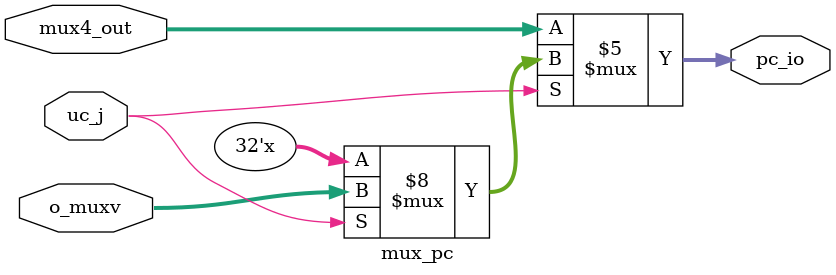
<source format=v>
`timescale 1ns/1ps

module mux_pc(
    input [31:0] o_muxv,
    input [31:0] mux4_out,
    input uc_j,
    output reg [31:0] pc_io
);

always@(*)
begin
    if (uc_j == 1)begin
        pc_io = o_muxv;
    end
	 if (uc_j == 0)begin
        pc_io = mux4_out;
    end
end
endmodule
</source>
